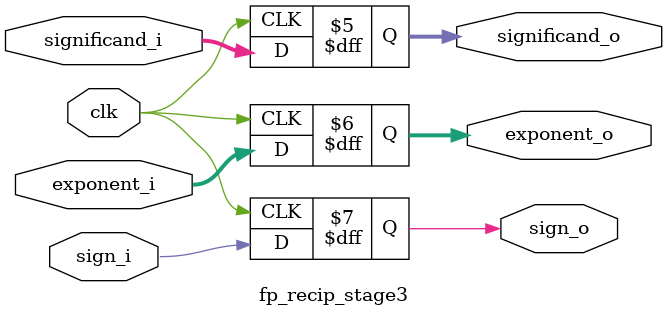
<source format=v>
module fp_recip_stage3
	#(parameter EXPONENT_WIDTH = 8, 
	parameter SIGNIFICAND_WIDTH = 23,
	parameter TOTAL_WIDTH = 1 + EXPONENT_WIDTH + SIGNIFICAND_WIDTH)

	(input								clk,
	input [SIGNIFICAND_WIDTH - 1:0]		significand_i,
	input [EXPONENT_WIDTH - 1:0]		exponent_i,
	input								sign_i,
	output reg[SIGNIFICAND_WIDTH - 1:0]	significand_o = 0,
	output reg[EXPONENT_WIDTH - 1:0]	exponent_o = 0,
	output reg							sign_o = 0);

	always @(posedge clk)
	begin
		significand_o 			<= #1 significand_i;
		exponent_o 				<= #1 exponent_i;	
		sign_o 					<= #1 sign_i;
	end

endmodule

</source>
